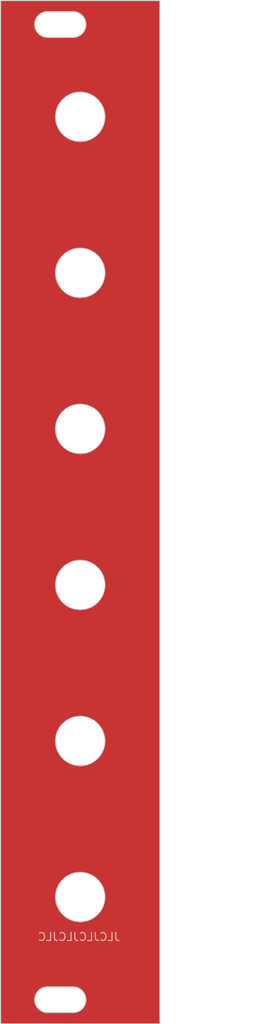
<source format=kicad_pcb>
(kicad_pcb (version 20221018) (generator pcbnew)

  (general
    (thickness 1.6)
  )

  (paper "A4")
  (layers
    (0 "F.Cu" signal)
    (31 "B.Cu" signal)
    (32 "B.Adhes" user "B.Adhesive")
    (33 "F.Adhes" user "F.Adhesive")
    (34 "B.Paste" user)
    (35 "F.Paste" user)
    (36 "B.SilkS" user "B.Silkscreen")
    (37 "F.SilkS" user "F.Silkscreen")
    (38 "B.Mask" user)
    (39 "F.Mask" user)
    (40 "Dwgs.User" user "User.Drawings")
    (41 "Cmts.User" user "User.Comments")
    (42 "Eco1.User" user "User.Eco1")
    (43 "Eco2.User" user "User.Eco2")
    (44 "Edge.Cuts" user)
    (45 "Margin" user)
    (46 "B.CrtYd" user "B.Courtyard")
    (47 "F.CrtYd" user "F.Courtyard")
    (48 "B.Fab" user)
    (49 "F.Fab" user)
    (50 "User.1" user)
    (51 "User.2" user)
    (52 "User.3" user)
    (53 "User.4" user)
    (54 "User.5" user)
    (55 "User.6" user)
    (56 "User.7" user)
    (57 "User.8" user)
    (58 "User.9" user)
  )

  (setup
    (pad_to_mask_clearance 0)
    (pcbplotparams
      (layerselection 0x00010fc_ffffffff)
      (plot_on_all_layers_selection 0x0000000_00000000)
      (disableapertmacros false)
      (usegerberextensions false)
      (usegerberattributes true)
      (usegerberadvancedattributes true)
      (creategerberjobfile true)
      (dashed_line_dash_ratio 12.000000)
      (dashed_line_gap_ratio 3.000000)
      (svgprecision 4)
      (plotframeref false)
      (viasonmask false)
      (mode 1)
      (useauxorigin false)
      (hpglpennumber 1)
      (hpglpenspeed 20)
      (hpglpendiameter 15.000000)
      (dxfpolygonmode true)
      (dxfimperialunits true)
      (dxfusepcbnewfont true)
      (psnegative false)
      (psa4output false)
      (plotreference true)
      (plotvalue true)
      (plotinvisibletext false)
      (sketchpadsonfab false)
      (subtractmaskfromsilk false)
      (outputformat 1)
      (mirror false)
      (drillshape 0)
      (scaleselection 1)
      (outputdirectory "Patch Front Panel Gerbers/")
    )
  )

  (net 0 "")

  (gr_line (start 107.5 58) (end 105.9 58)
    (stroke (width 0.15) (type solid)) (layer "Dwgs.User") (tstamp 04719575-5e3d-4ad0-afa5-8658c7196dc5))
  (gr_line (start 120.7 55) (end 120.7 69.6)
    (stroke (width 0.15) (type default)) (layer "Dwgs.User") (tstamp 25a48a93-296b-4e98-8b84-87415cfd42bb))
  (gr_line (start 121.5 55) (end 121.5 89.2)
    (stroke (width 0.15) (type default)) (layer "Dwgs.User") (tstamp 264a86be-a120-4bef-85f1-aabd08c3970a))
  (gr_line (start 123.6 148) (end 105.9 148)
    (stroke (width 0.15) (type default)) (layer "Dwgs.User") (tstamp 3d85b386-d38c-492c-a6db-3f24fd61ef1a))
  (gr_line (start 107.5 180.5) (end 109.1 180.5)
    (stroke (width 0.15) (type solid)) (layer "Dwgs.User") (tstamp 4c86f85e-63bb-43ad-bc90-1b84736aab91))
  (gr_line (start 120.7 69.6) (end 106.7 69.6)
    (stroke (width 0.15) (type default)) (layer "Dwgs.User") (tstamp 4f30a9a2-8a08-444b-aaf0-998d096b9ab9))
  (gr_line (start 122.9 128.4) (end 106.9 128.4)
    (stroke (width 0.15) (type default)) (layer "Dwgs.User") (tstamp 54ebdfd9-5c3e-4227-92f8-906cd7a7f278))
  (gr_line (start 121.5 89.2) (end 106.8 89.2)
    (stroke (width 0.15) (type default)) (layer "Dwgs.User") (tstamp 56c0050f-7268-46be-9aab-646b360169e9))
  (gr_line (start 124.3 55) (end 124.3 167.6)
    (stroke (width 0.15) (type default)) (layer "Dwgs.User") (tstamp 5709e892-47a7-44e8-ba57-26b1ae64168d))
  (gr_line (start 100 55) (end 120.15 55)
    (stroke (width 0.15) (type solid)) (layer "Dwgs.User") (tstamp 58e2f7a0-51f8-4d3d-b797-60e56593dfa5))
  (gr_line (start 100 55) (end 110 55)
    (stroke (width 0.15) (type solid)) (layer "Dwgs.User") (tstamp 6507c5d8-37b3-4691-9abf-a64e432aec4d))
  (gr_line (start 120 55) (end 134.65 55)
    (stroke (width 0.15) (type solid)) (layer "Dwgs.User") (tstamp 6921309f-98b0-49cf-ba57-74c184be50ea))
  (gr_line (start 123.6 55) (end 123.6 148)
    (stroke (width 0.15) (type default)) (layer "Dwgs.User") (tstamp 70de8344-c9b0-4e56-bf3f-f0120917af0b))
  (gr_line (start 122.2 55) (end 122.2 108.8)
    (stroke (width 0.15) (type default)) (layer "Dwgs.User") (tstamp 82aca4dd-2166-4962-8791-4ce572507693))
  (gr_line (start 122.2 108.8) (end 105.8 108.8)
    (stroke (width 0.15) (type default)) (layer "Dwgs.User") (tstamp 82b25efa-b473-4f9c-86e8-21717aab1278))
  (gr_line (start 100 183.5) (end 107.5 183.5)
    (stroke (width 0.15) (type solid)) (layer "Dwgs.User") (tstamp 8a996a83-cf43-4e82-bb39-3f2eff15d22d))
  (gr_line (start 122.9 55) (end 122.9 128.4)
    (stroke (width 0.15) (type default)) (layer "Dwgs.User") (tstamp 8f897721-41e6-45d7-a2d1-da9619606a11))
  (gr_line (start 100 55) (end 107.5 55)
    (stroke (width 0.15) (type solid)) (layer "Dwgs.User") (tstamp 9921812b-8cb4-418e-bbb2-cc75acf687cf))
  (gr_line (start 107.5 183.5) (end 107.5 180.5)
    (stroke (width 0.15) (type solid)) (layer "Dwgs.User") (tstamp b556a24a-b735-4a67-b76c-e58b0182254c))
  (gr_line (start 107.5 55) (end 107.5 58)
    (stroke (width 0.15) (type solid)) (layer "Dwgs.User") (tstamp bbfb9358-13c9-4163-830f-7f9b372aa002))
  (gr_line (start 110 55) (end 110 183.5)
    (stroke (width 0.15) (type solid)) (layer "Dwgs.User") (tstamp cac59bd5-949b-4044-a24f-3607e87e57a1))
  (gr_line (start 107.5 58) (end 109.1 58)
    (stroke (width 0.15) (type solid)) (layer "Dwgs.User") (tstamp dcfa1cdd-a982-4b44-8ca9-051a60be3c19))
  (gr_line (start 107.5 180.5) (end 105.9 180.5)
    (stroke (width 0.15) (type solid)) (layer "Dwgs.User") (tstamp ea95c61e-3ae8-44bb-9189-cee3875d1c3e))
  (gr_line (start 124.3 167.6) (end 104.9 167.6)
    (stroke (width 0.15) (type default)) (layer "Dwgs.User") (tstamp f508ca67-dbd3-4034-9ba7-311fd8354e69))
  (gr_arc (start 109.1 56.4) (mid 110.7 58) (end 109.1 59.6)
    (stroke (width 0.15) (type solid)) (layer "Edge.Cuts") (tstamp 105922a2-5d8c-48c0-a667-cc716fbb7804))
  (gr_circle (center 110 128.4) (end 113.1 128.4)
    (stroke (width 0.1) (type default)) (fill none) (layer "Edge.Cuts") (tstamp 17741063-99c7-4acf-ba6f-0871202247a2))
  (gr_circle (center 110 167.6) (end 113.1 167.6)
    (stroke (width 0.1) (type default)) (fill none) (layer "Edge.Cuts") (tstamp 391b1f88-297a-436f-8a50-360cce2e5cf8))
  (gr_line (start 105.9 178.9) (end 109.1 178.9)
    (stroke (width 0.15) (type solid)) (layer "Edge.Cuts") (tstamp 444763ca-f6ff-4836-b630-03b163ed5022))
  (gr_circle (center 110 89.2) (end 113.1 89.2)
    (stroke (width 0.1) (type default)) (fill none) (layer "Edge.Cuts") (tstamp 7095ddec-f8b1-4e54-8c67-f9aec41127b0))
  (gr_circle (center 110 69.6) (end 113.1 69.6)
    (stroke (width 0.1) (type default)) (fill none) (layer "Edge.Cuts") (tstamp 712c2f15-31af-4b90-b30b-32aa50d42c79))
  (gr_circle (center 110 108.8) (end 113.1 108.8)
    (stroke (width 0.1) (type default)) (fill none) (layer "Edge.Cuts") (tstamp 734f99a5-10ca-4ea5-bbec-793f98e9f10f))
  (gr_arc (start 105.9 182.1) (mid 104.3 180.5) (end 105.9 178.9)
    (stroke (width 0.15) (type solid)) (layer "Edge.Cuts") (tstamp 76be6efa-7444-43be-9773-26ae0614672a))
  (gr_rect (start 100 55) (end 120 183.5)
    (stroke (width 0.1) (type solid)) (fill none) (layer "Edge.Cuts") (tstamp 8d8bd412-660e-47a0-9755-a80f81e90b05))
  (gr_line (start 109.1 59.6) (end 105.9 59.6)
    (stroke (width 0.15) (type solid)) (layer "Edge.Cuts") (tstamp acec9758-b4ad-48d4-a820-a56000baef52))
  (gr_line (start 109.1 182.1) (end 105.9 182.1)
    (stroke (width 0.15) (type solid)) (layer "Edge.Cuts") (tstamp c2a5b70c-6654-40f1-95f9-249f0090f03b))
  (gr_line (start 105.9 56.4) (end 109.1 56.4)
    (stroke (width 0.15) (type solid)) (layer "Edge.Cuts") (tstamp c567c319-8aca-4c79-9b3b-1a572a261d85))
  (gr_circle (center 110 148) (end 113.1 148)
    (stroke (width 0.1) (type default)) (fill none) (layer "Edge.Cuts") (tstamp d6f7de53-9b12-44b9-aa07-be16379f6425))
  (gr_arc (start 105.9 59.6) (mid 104.3 58) (end 105.9 56.4)
    (stroke (width 0.15) (type solid)) (layer "Edge.Cuts") (tstamp ddc6adf4-5525-4c14-b04f-ece8b5f92ffc))
  (gr_arc (start 109.1 178.9) (mid 110.7 180.5) (end 109.1 182.1)
    (stroke (width 0.15) (type solid)) (layer "Edge.Cuts") (tstamp dde5ab42-aaf4-4e25-8eda-92f9aca1db4a))
  (gr_text "JLCJLCJLCJLC" (at 109.85 172.6) (layer "B.SilkS") (tstamp 7d82dbed-dfb5-4608-afae-3bebd17705a9)
    (effects (font (size 1 1) (thickness 0.15)) (justify mirror))
  )
  (gr_text "m0xpd" (at 117.86 178.06 -90) (layer "F.Mask") (tstamp 6af5bf59-1f81-41ad-8b77-7e7e9fcc02e1)
    (effects (font (size 2 2) (thickness 0.3)))
  )

  (zone (net 0) (net_name "") (layer "F.Cu") (tstamp 3bc7d692-1803-4114-abf4-f04187419196) (hatch edge 0.5)
    (connect_pads (clearance 0.5))
    (min_thickness 0.25) (filled_areas_thickness no)
    (fill yes (thermal_gap 0.5) (thermal_bridge_width 0.5) (island_removal_mode 1) (island_area_min 10))
    (polygon
      (pts
        (xy 100 55)
        (xy 120 55)
        (xy 120 183.5)
        (xy 100 183.5)
      )
    )
    (filled_polygon
      (layer "F.Cu")
      (island)
      (pts
        (xy 119.942539 55.020185)
        (xy 119.988294 55.072989)
        (xy 119.9995 55.1245)
        (xy 119.9995 183.3755)
        (xy 119.979815 183.442539)
        (xy 119.927011 183.488294)
        (xy 119.8755 183.4995)
        (xy 100.1245 183.4995)
        (xy 100.057461 183.479815)
        (xy 100.011706 183.427011)
        (xy 100.0005 183.3755)
        (xy 100.0005 180.500004)
        (xy 104.295012 180.500004)
        (xy 104.312937 180.739208)
        (xy 104.366314 180.973067)
        (xy 104.366317 180.973079)
        (xy 104.366319 180.973084)
        (xy 104.453953 181.196372)
        (xy 104.453956 181.196378)
        (xy 104.573897 181.404122)
        (xy 104.723461 181.591669)
        (xy 104.899306 181.75483)
        (xy 105.097506 181.88996)
        (xy 105.313628 181.994039)
        (xy 105.313629 181.994039)
        (xy 105.313632 181.994041)
        (xy 105.542857 182.064748)
        (xy 105.542858 182.064748)
        (xy 105.542861 182.064749)
        (xy 105.780051 182.100499)
        (xy 105.780056 182.100499)
        (xy 105.780059 182.1005)
        (xy 105.78006 182.1005)
        (xy 109.21994 182.1005)
        (xy 109.219941 182.1005)
        (xy 109.226576 182.0995)
        (xy 109.457138 182.064749)
        (xy 109.457139 182.064748)
        (xy 109.457143 182.064748)
        (xy 109.686368 181.994041)
        (xy 109.902494 181.88996)
        (xy 110.100694 181.75483)
        (xy 110.276539 181.591669)
        (xy 110.426103 181.404122)
        (xy 110.546044 181.196378)
        (xy 110.633683 180.973079)
        (xy 110.687062 180.739211)
        (xy 110.704988 180.5)
        (xy 110.687062 180.260789)
        (xy 110.633683 180.026921)
        (xy 110.546044 179.803622)
        (xy 110.426103 179.595878)
        (xy 110.276539 179.408331)
        (xy 110.100694 179.24517)
        (xy 109.902494 179.11004)
        (xy 109.902485 179.110035)
        (xy 109.68637 179.00596)
        (xy 109.686372 179.00596)
        (xy 109.457144 178.935252)
        (xy 109.457138 178.93525)
        (xy 109.219948 178.8995)
        (xy 109.219941 178.8995)
        (xy 109.100099 178.8995)
        (xy 105.9005 178.8995)
        (xy 105.9 178.8995)
        (xy 105.780059 178.8995)
        (xy 105.780051 178.8995)
        (xy 105.542861 178.93525)
        (xy 105.542855 178.935252)
        (xy 105.313628 179.00596)
        (xy 105.097514 179.110035)
        (xy 105.097505 179.11004)
        (xy 104.899308 179.245168)
        (xy 104.723463 179.408329)
        (xy 104.72346 179.408331)
        (xy 104.573897 179.595878)
        (xy 104.453957 179.803619)
        (xy 104.453953 179.803627)
        (xy 104.366319 180.026915)
        (xy 104.366314 180.026932)
        (xy 104.312937 180.260791)
        (xy 104.295012 180.499995)
        (xy 104.295012 180.500004)
        (xy 100.0005 180.500004)
        (xy 100.0005 167.6)
        (xy 106.894615 167.6)
        (xy 106.91414 167.947688)
        (xy 106.914142 167.9477)
        (xy 106.972472 168.291009)
        (xy 106.972474 168.291017)
        (xy 107.014019 168.435221)
        (xy 107.068879 168.625644)
        (xy 107.12845 168.769461)
        (xy 107.201087 168.944823)
        (xy 107.202145 168.947376)
        (xy 107.370595 169.252164)
        (xy 107.572112 169.536176)
        (xy 107.804161 169.795839)
        (xy 108.063824 170.027888)
        (xy 108.347836 170.229405)
        (xy 108.567647 170.35089)
        (xy 108.652626 170.397856)
        (xy 108.65263 170.397858)
        (xy 108.709753 170.421519)
        (xy 108.711161 170.422162)
        (xy 108.712259 170.422589)
        (xy 108.713544 170.423088)
        (xy 108.974356 170.531121)
        (xy 108.974357 170.531121)
        (xy 108.974359 170.531122)
        (xy 109.035737 170.548805)
        (xy 109.041066 170.550606)
        (xy 109.041259 170.550681)
        (xy 109.041261 170.550681)
        (xy 109.041265 170.550683)
        (xy 109.052562 170.553651)
        (xy 109.308987 170.627527)
        (xy 109.375908 170.638897)
        (xy 109.381265 170.640054)
        (xy 109.383867 170.640738)
        (xy 109.402564 170.643426)
        (xy 109.652307 170.685859)
        (xy 109.724109 170.689891)
        (xy 109.729434 170.690422)
        (xy 109.734501 170.691151)
        (xy 109.7345 170.691151)
        (xy 109.741348 170.691346)
        (xy 109.759 170.69185)
        (xy 110 170.705385)
        (xy 110.07588 170.701123)
        (xy 110.081085 170.701052)
        (xy 110.088596 170.701267)
        (xy 110.117426 170.69879)
        (xy 110.347693 170.685859)
        (xy 110.426659 170.672442)
        (xy 110.431715 170.671796)
        (xy 110.441536 170.670953)
        (xy 110.441543 170.670951)
        (xy 110.441547 170.670951)
        (xy 110.449931 170.669251)
        (xy 110.473248 170.664526)
        (xy 110.691013 170.627527)
        (xy 110.691022 170.627524)
        (xy 110.691024 170.627524)
        (xy 110.71093 170.621789)
        (xy 110.771988 170.604198)
        (xy 110.776791 170.603021)
        (xy 110.788721 170.600604)
        (xy 110.821997 170.58979)
        (xy 111.025644 170.531121)
        (xy 111.107392 170.497259)
        (xy 111.11192 170.49559)
        (xy 111.125623 170.491138)
        (xy 111.159262 170.475774)
        (xy 111.31928 170.409492)
        (xy 111.34737 170.397858)
        (xy 111.347371 170.397857)
        (xy 111.34737 170.397857)
        (xy 111.347376 170.397855)
        (xy 111.428548 170.352992)
        (xy 111.432719 170.35089)
        (xy 111.44785 170.343981)
        (xy 111.480719 170.324158)
        (xy 111.652164 170.229405)
        (xy 111.731311 170.173247)
        (xy 111.735131 170.170744)
        (xy 111.751203 170.161053)
        (xy 111.78238 170.137012)
        (xy 111.791324 170.130665)
        (xy 111.936176 170.027888)
        (xy 112.011798 169.960307)
        (xy 112.015223 169.957462)
        (xy 112.031726 169.944737)
        (xy 112.060329 169.916937)
        (xy 112.195839 169.795839)
        (xy 112.266408 169.716871)
        (xy 112.269349 169.713805)
        (xy 112.285763 169.697854)
        (xy 112.311146 169.666809)
        (xy 112.427888 169.536176)
        (xy 112.491761 169.446154)
        (xy 112.494293 169.442832)
        (xy 112.510001 169.423623)
        (xy 112.5309 169.391102)
        (xy 112.532451 169.388807)
        (xy 112.629405 169.252164)
        (xy 112.685026 169.151524)
        (xy 112.687099 169.148053)
        (xy 112.701518 169.125617)
        (xy 112.718404 169.091271)
        (xy 112.719706 169.088774)
        (xy 112.797855 168.947376)
        (xy 112.843644 168.836829)
        (xy 112.845259 168.833262)
        (xy 112.857816 168.807723)
        (xy 112.870451 168.77231)
        (xy 112.871536 168.769493)
        (xy 112.931121 168.625644)
        (xy 112.965572 168.50606)
        (xy 112.966724 168.502485)
        (xy 112.976858 168.474084)
        (xy 112.985183 168.438281)
        (xy 112.985968 168.435264)
        (xy 113.027527 168.291013)
        (xy 113.049185 168.163541)
        (xy 113.049909 168.159936)
        (xy 113.057092 168.129051)
        (xy 113.061163 168.093567)
        (xy 113.061619 168.090356)
        (xy 113.085859 167.947693)
        (xy 113.093388 167.813611)
        (xy 113.093693 167.810052)
        (xy 113.097472 167.77712)
        (xy 113.098165 167.728561)
        (xy 113.105385 167.6)
        (xy 113.098164 167.471435)
        (xy 113.097472 167.422886)
        (xy 113.097472 167.42288)
        (xy 113.093692 167.389938)
        (xy 113.093388 167.386382)
        (xy 113.085859 167.252307)
        (xy 113.061621 167.109653)
        (xy 113.061162 167.106427)
        (xy 113.057092 167.070949)
        (xy 113.049912 167.040075)
        (xy 113.049181 167.036437)
        (xy 113.027749 166.910296)
        (xy 113.027527 166.908987)
        (xy 112.985982 166.764781)
        (xy 112.98517 166.76166)
        (xy 112.976859 166.72592)
        (xy 112.966742 166.697565)
        (xy 112.965563 166.693908)
        (xy 112.931121 166.574356)
        (xy 112.871546 166.43053)
        (xy 112.870442 166.427664)
        (xy 112.863227 166.407443)
        (xy 112.857818 166.392281)
        (xy 112.845266 166.366752)
        (xy 112.84364 166.363158)
        (xy 112.797855 166.252624)
        (xy 112.719728 166.111265)
        (xy 112.718392 166.108704)
        (xy 112.701518 166.074383)
        (xy 112.687111 166.051965)
        (xy 112.685004 166.048434)
        (xy 112.629404 165.947835)
        (xy 112.532473 165.811222)
        (xy 112.530881 165.808865)
        (xy 112.510001 165.776377)
        (xy 112.51 165.776376)
        (xy 112.494308 165.757185)
        (xy 112.491752 165.753832)
        (xy 112.427888 165.663824)
        (xy 112.311161 165.533206)
        (xy 112.285768 165.502152)
        (xy 112.285762 165.502145)
        (xy 112.269388 165.486232)
        (xy 112.266368 165.483083)
        (xy 112.199558 165.408323)
        (xy 112.195839 165.404161)
        (xy 112.195836 165.404158)
        (xy 112.195834 165.404156)
        (xy 112.060347 165.283077)
        (xy 112.031725 165.255262)
        (xy 112.025751 165.250655)
        (xy 112.015232 165.242544)
        (xy 112.011793 165.239687)
        (xy 111.936176 165.172112)
        (xy 111.782379 165.062987)
        (xy 111.751209 165.038952)
        (xy 111.751203 165.038947)
        (xy 111.735155 165.02927)
        (xy 111.731295 165.026741)
        (xy 111.652164 164.970595)
        (xy 111.480744 164.875854)
        (xy 111.447851 164.856019)
        (xy 111.447842 164.856015)
        (xy 111.432749 164.849122)
        (xy 111.428516 164.846989)
        (xy 111.347374 164.802144)
        (xy 111.159285 164.724235)
        (xy 111.12562 164.70886)
        (xy 111.111923 164.70441)
        (xy 111.107356 164.702725)
        (xy 111.092324 164.696499)
        (xy 111.025644 164.668879)
        (xy 110.89802 164.632111)
        (xy 110.822023 164.610216)
        (xy 110.788722 164.599396)
        (xy 110.788721 164.599395)
        (xy 110.776826 164.596985)
        (xy 110.771976 164.595797)
        (xy 110.691019 164.572474)
        (xy 110.691009 164.572472)
        (xy 110.473272 164.535477)
        (xy 110.441537 164.529047)
        (xy 110.441532 164.529046)
        (xy 110.431724 164.528204)
        (xy 110.426644 164.527555)
        (xy 110.347694 164.514141)
        (xy 110.117435 164.50121)
        (xy 110.088591 164.498732)
        (xy 110.081102 164.498946)
        (xy 110.075855 164.498874)
        (xy 110.000001 164.494615)
        (xy 110 164.494615)
        (xy 109.759006 164.508147)
        (xy 109.734512 164.508848)
        (xy 109.734491 164.50885)
        (xy 109.729441 164.509576)
        (xy 109.724101 164.510108)
        (xy 109.652304 164.514141)
        (xy 109.402562 164.556574)
        (xy 109.383865 164.559261)
        (xy 109.381269 164.559944)
        (xy 109.375899 164.561104)
        (xy 109.308987 164.572473)
        (xy 109.308982 164.572474)
        (xy 109.052606 164.646335)
        (xy 109.047198 164.647757)
        (xy 109.041278 164.649313)
        (xy 109.041236 164.649326)
        (xy 109.041022 164.64941)
        (xy 109.035735 164.651194)
        (xy 108.974357 164.668878)
        (xy 108.713556 164.776906)
        (xy 108.711149 164.777843)
        (xy 108.709734 164.778488)
        (xy 108.652636 164.80214)
        (xy 108.652624 164.802145)
        (xy 108.347835 164.970595)
        (xy 108.217621 165.062987)
        (xy 108.063824 165.172112)
        (xy 107.988215 165.23968)
        (xy 107.804161 165.404161)
        (xy 107.572113 165.663823)
        (xy 107.370595 165.947835)
        (xy 107.202144 166.252625)
        (xy 107.068878 166.574359)
        (xy 106.972474 166.908982)
        (xy 106.972472 166.90899)
        (xy 106.914142 167.252299)
        (xy 106.91414 167.252311)
        (xy 106.894615 167.6)
        (xy 100.0005 167.6)
        (xy 100.0005 148)
        (xy 106.894615 148)
        (xy 106.91414 148.347688)
        (xy 106.914142 148.3477)
        (xy 106.972472 148.691009)
        (xy 106.972474 148.691017)
        (xy 107.014019 148.835221)
        (xy 107.068879 149.025644)
        (xy 107.12845 149.169461)
        (xy 107.201087 149.344823)
        (xy 107.202145 149.347376)
        (xy 107.370595 149.652164)
        (xy 107.572112 149.936176)
        (xy 107.804161 150.195839)
        (xy 108.063824 150.427888)
        (xy 108.347836 150.629405)
        (xy 108.567647 150.75089)
        (xy 108.652626 150.797856)
        (xy 108.65263 150.797858)
        (xy 108.709753 150.821519)
        (xy 108.711161 150.822162)
        (xy 108.712259 150.822589)
        (xy 108.713544 150.823088)
        (xy 108.974356 150.931121)
        (xy 108.974357 150.931121)
        (xy 108.974359 150.931122)
        (xy 109.035737 150.948805)
        (xy 109.041066 150.950606)
        (xy 109.041259 150.950681)
        (xy 109.041261 150.950681)
        (xy 109.041265 150.950683)
        (xy 109.052562 150.953651)
        (xy 109.308987 151.027527)
        (xy 109.375908 151.038897)
        (xy 109.381265 151.040054)
        (xy 109.383867 151.040738)
        (xy 109.402564 151.043426)
        (xy 109.652307 151.085859)
        (xy 109.724109 151.089891)
        (xy 109.729434 151.090422)
        (xy 109.734501 151.091151)
        (xy 109.7345 151.091151)
        (xy 109.741348 151.091346)
        (xy 109.759 151.09185)
        (xy 110 151.105385)
        (xy 110.07588 151.101123)
        (xy 110.081085 151.101052)
        (xy 110.088596 151.101267)
        (xy 110.117426 151.09879)
        (xy 110.347693 151.085859)
        (xy 110.426659 151.072442)
        (xy 110.431715 151.071796)
        (xy 110.441536 151.070953)
        (xy 110.441543 151.070951)
        (xy 110.441547 151.070951)
        (xy 110.449931 151.069251)
        (xy 110.473248 151.064526)
        (xy 110.691013 151.027527)
        (xy 110.691022 151.027524)
        (xy 110.691024 151.027524)
        (xy 110.71093 151.021789)
        (xy 110.771988 151.004198)
        (xy 110.776791 151.003021)
        (xy 110.788721 151.000604)
        (xy 110.821997 150.98979)
        (xy 111.025644 150.931121)
        (xy 111.107392 150.897259)
        (xy 111.11192 150.89559)
        (xy 111.125623 150.891138)
        (xy 111.159262 150.875774)
        (xy 111.31928 150.809492)
        (xy 111.34737 150.797858)
        (xy 111.347371 150.797857)
        (xy 111.34737 150.797857)
        (xy 111.347376 150.797855)
        (xy 111.428548 150.752992)
        (xy 111.432719 150.75089)
        (xy 111.44785 150.743981)
        (xy 111.480719 150.724158)
        (xy 111.652164 150.629405)
        (xy 111.731311 150.573247)
        (xy 111.735131 150.570744)
        (xy 111.751203 150.561053)
        (xy 111.78238 150.537012)
        (xy 111.791324 150.530665)
        (xy 111.936176 150.427888)
        (xy 112.011798 150.360307)
        (xy 112.015223 150.357462)
        (xy 112.031726 150.344737)
        (xy 112.060329 150.316937)
        (xy 112.195839 150.195839)
        (xy 112.266408 150.116871)
        (xy 112.269349 150.113805)
        (xy 112.285763 150.097854)
        (xy 112.311146 150.066809)
        (xy 112.427888 149.936176)
        (xy 112.491761 149.846154)
        (xy 112.494293 149.842832)
        (xy 112.510001 149.823623)
        (xy 112.5309 149.791102)
        (xy 112.532451 149.788807)
        (xy 112.629405 149.652164)
        (xy 112.685026 149.551524)
        (xy 112.687099 149.548053)
        (xy 112.701518 149.525617)
        (xy 112.718404 149.491271)
        (xy 112.719706 149.488774)
        (xy 112.797855 149.347376)
        (xy 112.843644 149.236829)
        (xy 112.845259 149.233262)
        (xy 112.857816 149.207723)
        (xy 112.870451 149.17231)
        (xy 112.871536 149.169493)
        (xy 112.931121 149.025644)
        (xy 112.965572 148.90606)
        (xy 112.966724 148.902485)
        (xy 112.976858 148.874084)
        (xy 112.985183 148.838281)
        (xy 112.985968 148.835264)
        (xy 113.027527 148.691013)
        (xy 113.049185 148.563541)
        (xy 113.049909 148.559936)
        (xy 113.057092 148.529051)
        (xy 113.061163 148.493567)
        (xy 113.061619 148.490356)
        (xy 113.085859 148.347693)
        (xy 113.093388 148.213611)
        (xy 113.093693 148.210052)
        (xy 113.097472 148.17712)
        (xy 113.098165 148.128561)
        (xy 113.105385 148)
        (xy 113.098164 147.871435)
        (xy 113.097472 147.822886)
        (xy 113.097472 147.82288)
        (xy 113.093692 147.789938)
        (xy 113.093388 147.786382)
        (xy 113.085859 147.652307)
        (xy 113.061621 147.509653)
        (xy 113.061162 147.506427)
        (xy 113.057092 147.470949)
        (xy 113.049912 147.440075)
        (xy 113.049181 147.436437)
        (xy 113.027749 147.310296)
        (xy 113.027527 147.308987)
        (xy 112.985982 147.164781)
        (xy 112.98517 147.16166)
        (xy 112.976859 147.12592)
        (xy 112.966742 147.097565)
        (xy 112.965563 147.093908)
        (xy 112.931121 146.974356)
        (xy 112.871546 146.83053)
        (xy 112.870442 146.827664)
        (xy 112.863227 146.807443)
        (xy 112.857818 146.792281)
        (xy 112.845266 146.766752)
        (xy 112.84364 146.763158)
        (xy 112.797855 146.652624)
        (xy 112.719728 146.511265)
        (xy 112.718392 146.508704)
        (xy 112.701518 146.474383)
        (xy 112.687111 146.451965)
        (xy 112.685004 146.448434)
        (xy 112.629404 146.347835)
        (xy 112.532473 146.211222)
        (xy 112.530881 146.208865)
        (xy 112.510001 146.176377)
        (xy 112.51 146.176376)
        (xy 112.494308 146.157185)
        (xy 112.491752 146.153832)
        (xy 112.427888 146.063824)
        (xy 112.311161 145.933206)
        (xy 112.285768 145.902152)
        (xy 112.285762 145.902145)
        (xy 112.269388 145.886232)
        (xy 112.266368 145.883083)
        (xy 112.199558 145.808323)
        (xy 112.195839 145.804161)
        (xy 112.195836 145.804158)
        (xy 112.195834 145.804156)
        (xy 112.060347 145.683077)
        (xy 112.031725 145.655262)
        (xy 112.025751 145.650655)
        (xy 112.015232 145.642544)
        (xy 112.011793 145.639687)
        (xy 111.936176 145.572112)
        (xy 111.782379 145.462987)
        (xy 111.751209 145.438952)
        (xy 111.751203 145.438947)
        (xy 111.735155 145.42927)
        (xy 111.731295 145.426741)
        (xy 111.652164 145.370595)
        (xy 111.480744 145.275854)
        (xy 111.447851 145.256019)
        (xy 111.447842 145.256015)
        (xy 111.432749 145.249122)
        (xy 111.428516 145.246989)
        (xy 111.347374 145.202144)
        (xy 111.159285 145.124235)
        (xy 111.12562 145.10886)
        (xy 111.111923 145.10441)
        (xy 111.107356 145.102725)
        (xy 111.092324 145.096499)
        (xy 111.025644 145.068879)
        (xy 110.89802 145.032111)
        (xy 110.822023 145.010216)
        (xy 110.788722 144.999396)
        (xy 110.788721 144.999395)
        (xy 110.776826 144.996985)
        (xy 110.771976 144.995797)
        (xy 110.691019 144.972474)
        (xy 110.691009 144.972472)
        (xy 110.473272 144.935477)
        (xy 110.441537 144.929047)
        (xy 110.441532 144.929046)
        (xy 110.431724 144.928204)
        (xy 110.426644 144.927555)
        (xy 110.347694 144.914141)
        (xy 110.117435 144.90121)
        (xy 110.088591 144.898732)
        (xy 110.081102 144.898946)
        (xy 110.075855 144.898874)
        (xy 110.000001 144.894615)
        (xy 110 144.894615)
        (xy 109.759006 144.908147)
        (xy 109.734512 144.908848)
        (xy 109.734491 144.90885)
        (xy 109.729441 144.909576)
        (xy 109.724101 144.910108)
        (xy 109.652304 144.914141)
        (xy 109.402562 144.956574)
        (xy 109.383865 144.959261)
        (xy 109.381269 144.959944)
        (xy 109.375899 144.961104)
        (xy 109.308987 144.972473)
        (xy 109.308982 144.972474)
        (xy 109.052606 145.046335)
        (xy 109.047198 145.047757)
        (xy 109.041278 145.049313)
        (xy 109.041236 145.049326)
        (xy 109.041022 145.04941)
        (xy 109.035735 145.051194)
        (xy 108.974357 145.068878)
        (xy 108.713556 145.176906)
        (xy 108.711149 145.177843)
        (xy 108.709734 145.178488)
        (xy 108.652636 145.20214)
        (xy 108.652624 145.202145)
        (xy 108.347835 145.370595)
        (xy 108.217621 145.462987)
        (xy 108.063824 145.572112)
        (xy 107.988215 145.63968)
        (xy 107.804161 145.804161)
        (xy 107.572113 146.063823)
        (xy 107.370595 146.347835)
        (xy 107.202144 146.652625)
        (xy 107.068878 146.974359)
        (xy 106.972474 147.308982)
        (xy 106.972472 147.30899)
        (xy 106.914142 147.652299)
        (xy 106.91414 147.652311)
        (xy 106.894615 148)
        (xy 100.0005 148)
        (xy 100.0005 128.4)
        (xy 106.894615 128.4)
        (xy 106.91414 128.747688)
        (xy 106.914142 128.7477)
        (xy 106.972472 129.091009)
        (xy 106.972474 129.091017)
        (xy 107.014019 129.235221)
        (xy 107.068879 129.425644)
        (xy 107.12845 129.569461)
        (xy 107.201087 129.744823)
        (xy 107.202145 129.747376)
        (xy 107.370595 130.052164)
        (xy 107.572112 130.336176)
        (xy 107.804161 130.595839)
        (xy 108.063824 130.827888)
        (xy 108.347836 131.029405)
        (xy 108.567647 131.15089)
        (xy 108.652626 131.197856)
        (xy 108.65263 131.197858)
        (xy 108.709753 131.221519)
        (xy 108.711161 131.222162)
        (xy 108.712259 131.222589)
        (xy 108.713544 131.223088)
        (xy 108.974356 131.331121)
        (xy 108.974357 131.331121)
        (xy 108.974359 131.331122)
        (xy 109.035737 131.348805)
        (xy 109.041066 131.350606)
        (xy 109.041259 131.350681)
        (xy 109.041261 131.350681)
        (xy 109.041265 131.350683)
        (xy 109.052562 131.353651)
        (xy 109.308987 131.427527)
        (xy 109.375908 131.438897)
        (xy 109.381265 131.440054)
        (xy 109.383867 131.440738)
        (xy 109.402564 131.443426)
        (xy 109.652307 131.485859)
        (xy 109.724109 131.489891)
        (xy 109.729434 131.490422)
        (xy 109.734501 131.491151)
        (xy 109.7345 131.491151)
        (xy 109.741348 131.491346)
        (xy 109.759 131.49185)
        (xy 110 131.505385)
        (xy 110.07588 131.501123)
        (xy 110.081085 131.501052)
        (xy 110.088596 131.501267)
        (xy 110.117426 131.49879)
        (xy 110.347693 131.485859)
        (xy 110.426659 131.472442)
        (xy 110.431715 131.471796)
        (xy 110.441536 131.470953)
        (xy 110.441543 131.470951)
        (xy 110.441547 131.470951)
        (xy 110.449931 131.469251)
        (xy 110.473248 131.464526)
        (xy 110.691013 131.427527)
        (xy 110.691022 131.427524)
        (xy 110.691024 131.427524)
        (xy 110.71093 131.421789)
        (xy 110.771988 131.404198)
        (xy 110.776791 131.403021)
        (xy 110.788721 131.400604)
        (xy 110.821997 131.38979)
        (xy 111.025644 131.331121)
        (xy 111.107392 131.297259)
        (xy 111.11192 131.29559)
        (xy 111.125623 131.291138)
        (xy 111.159262 131.275774)
        (xy 111.31928 131.209492)
        (xy 111.34737 131.197858)
        (xy 111.347371 131.197857)
        (xy 111.34737 131.197857)
        (xy 111.347376 131.197855)
        (xy 111.428548 131.152992)
        (xy 111.432719 131.15089)
        (xy 111.44785 131.143981)
        (xy 111.480719 131.124158)
        (xy 111.652164 131.029405)
        (xy 111.731311 130.973247)
        (xy 111.735131 130.970744)
        (xy 111.751203 130.961053)
        (xy 111.78238 130.937012)
        (xy 111.791324 130.930665)
        (xy 111.936176 130.827888)
        (xy 112.011798 130.760307)
        (xy 112.015223 130.757462)
        (xy 112.031726 130.744737)
        (xy 112.060329 130.716937)
        (xy 112.195839 130.595839)
        (xy 112.266408 130.516871)
        (xy 112.269349 130.513805)
        (xy 112.285763 130.497854)
        (xy 112.311146 130.466809)
        (xy 112.427888 130.336176)
        (xy 112.491761 130.246154)
        (xy 112.494293 130.242832)
        (xy 112.510001 130.223623)
        (xy 112.5309 130.191102)
        (xy 112.532451 130.188807)
        (xy 112.629405 130.052164)
        (xy 112.685026 129.951524)
        (xy 112.687099 129.948053)
        (xy 112.701518 129.925617)
        (xy 112.718404 129.891271)
        (xy 112.719706 129.888774)
        (xy 112.797855 129.747376)
        (xy 112.843644 129.636829)
        (xy 112.845259 129.633262)
        (xy 112.857816 129.607723)
        (xy 112.870451 129.57231)
        (xy 112.871536 129.569493)
        (xy 112.931121 129.425644)
        (xy 112.965572 129.30606)
        (xy 112.966724 129.302485)
        (xy 112.976858 129.274084)
        (xy 112.985183 129.238281)
        (xy 112.985968 129.235264)
        (xy 113.027527 129.091013)
        (xy 113.049185 128.963541)
        (xy 113.049909 128.959936)
        (xy 113.057092 128.929051)
        (xy 113.061163 128.893567)
        (xy 113.061619 128.890356)
        (xy 113.085859 128.747693)
        (xy 113.093388 128.613611)
        (xy 113.093693 128.610052)
        (xy 113.097472 128.57712)
        (xy 113.098165 128.528561)
        (xy 113.105385 128.4)
        (xy 113.098164 128.271435)
        (xy 113.097472 128.222886)
        (xy 113.097472 128.22288)
        (xy 113.093692 128.189938)
        (xy 113.093388 128.186382)
        (xy 113.085859 128.052307)
        (xy 113.061621 127.909653)
        (xy 113.061162 127.906427)
        (xy 113.057092 127.870949)
        (xy 113.049912 127.840075)
        (xy 113.049181 127.836437)
        (xy 113.027749 127.710296)
        (xy 113.027527 127.708987)
        (xy 112.985982 127.564781)
        (xy 112.98517 127.56166)
        (xy 112.976859 127.52592)
        (xy 112.966742 127.497565)
        (xy 112.965563 127.493908)
        (xy 112.931121 127.374356)
        (xy 112.871546 127.23053)
        (xy 112.870442 127.227664)
        (xy 112.863227 127.207443)
        (xy 112.857818 127.192281)
        (xy 112.845266 127.166752)
        (xy 112.84364 127.163158)
        (xy 112.797855 127.052624)
        (xy 112.719728 126.911265)
        (xy 112.718392 126.908704)
        (xy 112.701518 126.874383)
        (xy 112.687111 126.851965)
        (xy 112.685004 126.848434)
        (xy 112.629404 126.747835)
        (xy 112.532473 126.611222)
        (xy 112.530881 126.608865)
        (xy 112.510001 126.576377)
        (xy 112.51 126.576376)
        (xy 112.494308 126.557185)
        (xy 112.491752 126.553832)
        (xy 112.427888 126.463824)
        (xy 112.311161 126.333206)
        (xy 112.285768 126.302152)
        (xy 112.285762 126.302145)
        (xy 112.269388 126.286232)
        (xy 112.266368 126.283083)
        (xy 112.199558 126.208323)
        (xy 112.195839 126.204161)
        (xy 112.195836 126.204158)
        (xy 112.195834 126.204156)
        (xy 112.060347 126.083077)
        (xy 112.031725 126.055262)
        (xy 112.025751 126.050655)
        (xy 112.015232 126.042544)
        (xy 112.011793 126.039687)
        (xy 111.936176 125.972112)
        (xy 111.782379 125.862987)
        (xy 111.751209 125.838952)
        (xy 111.751203 125.838947)
        (xy 111.735155 125.82927)
        (xy 111.731295 125.826741)
        (xy 111.652164 125.770595)
        (xy 111.480744 125.675854)
        (xy 111.447851 125.656019)
        (xy 111.447842 125.656015)
        (xy 111.432749 125.649122)
        (xy 111.428516 125.646989)
        (xy 111.347374 125.602144)
        (xy 111.159285 125.524235)
        (xy 111.12562 125.50886)
        (xy 111.111923 125.50441)
        (xy 111.107356 125.502725)
        (xy 111.092324 125.496499)
        (xy 111.025644 125.468879)
        (xy 110.89802 125.432111)
        (xy 110.822023 125.410216)
        (xy 110.788722 125.399396)
        (xy 110.788721 125.399395)
        (xy 110.776826 125.396985)
        (xy 110.771976 125.395797)
        (xy 110.691019 125.372474)
        (xy 110.691009 125.372472)
        (xy 110.473272 125.335477)
        (xy 110.441537 125.329047)
        (xy 110.441532 125.329046)
        (xy 110.431724 125.328204)
        (xy 110.426644 125.327555)
        (xy 110.347694 125.314141)
        (xy 110.117435 125.30121)
        (xy 110.088591 125.298732)
        (xy 110.081102 125.298946)
        (xy 110.075855 125.298874)
        (xy 110.000001 125.294615)
        (xy 110 125.294615)
        (xy 109.759006 125.308147)
        (xy 109.734512 125.308848)
        (xy 109.734491 125.30885)
        (xy 109.729441 125.309576)
        (xy 109.724101 125.310108)
        (xy 109.652304 125.314141)
        (xy 109.402562 125.356574)
        (xy 109.383865 125.359261)
        (xy 109.381269 125.359944)
        (xy 109.375899 125.361104)
        (xy 109.308987 125.372473)
        (xy 109.308982 125.372474)
        (xy 109.052606 125.446335)
        (xy 109.047198 125.447757)
        (xy 109.041278 125.449313)
        (xy 109.041236 125.449326)
        (xy 109.041022 125.44941)
        (xy 109.035735 125.451194)
        (xy 108.974357 125.468878)
        (xy 108.713556 125.576906)
        (xy 108.711149 125.577843)
        (xy 108.709734 125.578488)
        (xy 108.652636 125.60214)
        (xy 108.652624 125.602145)
        (xy 108.347835 125.770595)
        (xy 108.217621 125.862987)
        (xy 108.063824 125.972112)
        (xy 107.988215 126.03968)
        (xy 107.804161 126.204161)
        (xy 107.572113 126.463823)
        (xy 107.370595 126.747835)
        (xy 107.202144 127.052625)
        (xy 107.068878 127.374359)
        (xy 106.972474 127.708982)
        (xy 106.972472 127.70899)
        (xy 106.914142 128.052299)
        (xy 106.91414 128.052311)
        (xy 106.894615 128.4)
        (xy 100.0005 128.4)
        (xy 100.0005 108.8)
        (xy 106.894615 108.8)
        (xy 106.91414 109.147688)
        (xy 106.914142 109.1477)
        (xy 106.972472 109.491009)
        (xy 106.972474 109.491017)
        (xy 107.014019 109.635221)
        (xy 107.068879 109.825644)
        (xy 107.12845 109.969461)
        (xy 107.201087 110.144823)
        (xy 107.202145 110.147376)
        (xy 107.370595 110.452164)
        (xy 107.572112 110.736176)
        (xy 107.804161 110.995839)
        (xy 108.063824 111.227888)
        (xy 108.347836 111.429405)
        (xy 108.567647 111.55089)
        (xy 108.652626 111.597856)
        (xy 108.65263 111.597858)
        (xy 108.709753 111.621519)
        (xy 108.711161 111.622162)
        (xy 108.712259 111.622589)
        (xy 108.713544 111.623088)
        (xy 108.974356 111.731121)
        (xy 108.974357 111.731121)
        (xy 108.974359 111.731122)
        (xy 109.035737 111.748805)
        (xy 109.041066 111.750606)
        (xy 109.041259 111.750681)
        (xy 109.041261 111.750681)
        (xy 109.041265 111.750683)
        (xy 109.052562 111.753651)
        (xy 109.308987 111.827527)
        (xy 109.375908 111.838897)
        (xy 109.381265 111.840054)
        (xy 109.383867 111.840738)
        (xy 109.402564 111.843426)
        (xy 109.652307 111.885859)
        (xy 109.724109 111.889891)
        (xy 109.729434 111.890422)
        (xy 109.734501 111.891151)
        (xy 109.7345 111.891151)
        (xy 109.741348 111.891346)
        (xy 109.759 111.89185)
        (xy 110 111.905385)
        (xy 110.07588 111.901123)
        (xy 110.081085 111.901052)
        (xy 110.088596 111.901267)
        (xy 110.117426 111.89879)
        (xy 110.347693 111.885859)
        (xy 110.426659 111.872442)
        (xy 110.431715 111.871796)
        (xy 110.441536 111.870953)
        (xy 110.441543 111.870951)
        (xy 110.441547 111.870951)
        (xy 110.449931 111.869251)
        (xy 110.473248 111.864526)
        (xy 110.691013 111.827527)
        (xy 110.691022 111.827524)
        (xy 110.691024 111.827524)
        (xy 110.71093 111.821789)
        (xy 110.771988 111.804198)
        (xy 110.776791 111.803021)
        (xy 110.788721 111.800604)
        (xy 110.821997 111.78979)
        (xy 111.025644 111.731121)
        (xy 111.107392 111.697259)
        (xy 111.11192 111.69559)
        (xy 111.125623 111.691138)
        (xy 111.159262 111.675774)
        (xy 111.31928 111.609492)
        (xy 111.34737 111.597858)
        (xy 111.347371 111.597857)
        (xy 111.34737 111.597857)
        (xy 111.347376 111.597855)
        (xy 111.428548 111.552992)
        (xy 111.432719 111.55089)
        (xy 111.44785 111.543981)
        (xy 111.480719 111.524158)
        (xy 111.652164 111.429405)
        (xy 111.731311 111.373247)
        (xy 111.735131 111.370744)
        (xy 111.751203 111.361053)
        (xy 111.78238 111.337012)
        (xy 111.791324 111.330665)
        (xy 111.936176 111.227888)
        (xy 112.011798 111.160307)
        (xy 112.015223 111.157462)
        (xy 112.031726 111.144737)
        (xy 112.060329 111.116937)
        (xy 112.195839 110.995839)
        (xy 112.266408 110.916871)
        (xy 112.269349 110.913805)
        (xy 112.285763 110.897854)
        (xy 112.311146 110.866809)
        (xy 112.427888 110.736176)
        (xy 112.491761 110.646154)
        (xy 112.494293 110.642832)
        (xy 112.510001 110.623623)
        (xy 112.5309 110.591102)
        (xy 112.532451 110.588807)
        (xy 112.629405 110.452164)
        (xy 112.685026 110.351524)
        (xy 112.687099 110.348053)
        (xy 112.701518 110.325617)
        (xy 112.718404 110.291271)
        (xy 112.719706 110.288774)
        (xy 112.797855 110.147376)
        (xy 112.843644 110.036829)
        (xy 112.845259 110.033262)
        (xy 112.857816 110.007723)
        (xy 112.870451 109.97231)
        (xy 112.871536 109.969493)
        (xy 112.931121 109.825644)
        (xy 112.965572 109.70606)
        (xy 112.966724 109.702485)
        (xy 112.976858 109.674084)
        (xy 112.985183 109.638281)
        (xy 112.985968 109.635264)
        (xy 113.027527 109.491013)
        (xy 113.049185 109.363541)
        (xy 113.049909 109.359936)
        (xy 113.057092 109.329051)
        (xy 113.061163 109.293567)
        (xy 113.061619 109.290356)
        (xy 113.085859 109.147693)
        (xy 113.093388 109.013611)
        (xy 113.093693 109.010052)
        (xy 113.097472 108.97712)
        (xy 113.098165 108.928561)
        (xy 113.105385 108.8)
        (xy 113.098164 108.671435)
        (xy 113.097472 108.622886)
        (xy 113.097472 108.62288)
        (xy 113.093692 108.589938)
        (xy 113.093388 108.586382)
        (xy 113.085859 108.452307)
        (xy 113.061621 108.309653)
        (xy 113.061162 108.306427)
        (xy 113.057092 108.270949)
        (xy 113.049912 108.240075)
        (xy 113.049181 108.236437)
        (xy 113.027749 108.110296)
        (xy 113.027527 108.108987)
        (xy 112.985982 107.964781)
        (xy 112.98517 107.96166)
        (xy 112.976859 107.92592)
        (xy 112.966742 107.897565)
        (xy 112.965563 107.893908)
        (xy 112.931121 107.774356)
        (xy 112.871546 107.63053)
        (xy 112.870442 107.627664)
        (xy 112.863227 107.607443)
        (xy 112.857818 107.592281)
        (xy 112.845266 107.566752)
        (xy 112.84364 107.563158)
        (xy 112.797855 107.452624)
        (xy 112.719728 107.311265)
        (xy 112.718392 107.308704)
        (xy 112.701518 107.274383)
        (xy 112.687111 107.251965)
        (xy 112.685004 107.248434)
        (xy 112.629404 107.147835)
        (xy 112.532473 107.011222)
        (xy 112.530881 107.008865)
        (xy 112.510001 106.976377)
        (xy 112.51 106.976376)
        (xy 112.494308 106.957185)
        (xy 112.491752 106.953832)
        (xy 112.427888 106.863824)
        (xy 112.311161 106.733206)
        (xy 112.285768 106.702152)
        (xy 112.285762 106.702145)
        (xy 112.269388 106.686232)
        (xy 112.266368 106.683083)
        (xy 112.199558 106.608323)
        (xy 112.195839 106.604161)
        (xy 112.195836 106.604158)
        (xy 112.195834 106.604156)
        (xy 112.060347 106.483077)
        (xy 112.031725 106.455262)
        (xy 112.025751 106.450655)
        (xy 112.015232 106.442544)
        (xy 112.011793 106.439687)
        (xy 111.936176 106.372112)
        (xy 111.782379 106.262987)
        (xy 111.751209 106.238952)
        (xy 111.751203 106.238947)
        (xy 111.735155 106.22927)
        (xy 111.731295 106.226741)
        (xy 111.652164 106.170595)
        (xy 111.480744 106.075854)
        (xy 111.447851 106.056019)
        (xy 111.447842 106.056015)
        (xy 111.432749 106.049122)
        (xy 111.428516 106.046989)
        (xy 111.347374 106.002144)
        (xy 111.159285 105.924235)
        (xy 111.12562 105.90886)
        (xy 111.111923 105.90441)
        (xy 111.107356 105.902725)
        (xy 111.092324 105.896499)
        (xy 111.025644 105.868879)
        (xy 110.89802 105.832111)
        (xy 110.822023 105.810216)
        (xy 110.788722 105.799396)
        (xy 110.788721 105.799395)
        (xy 110.776826 105.796985)
        (xy 110.771976 105.795797)
        (xy 110.691019 105.772474)
        (xy 110.691009 105.772472)
        (xy 110.473272 105.735477)
        (xy 110.441537 105.729047)
        (xy 110.441532 105.729046)
        (xy 110.431724 105.728204)
        (xy 110.426644 105.727555)
        (xy 110.347694 105.714141)
        (xy 110.117435 105.70121)
        (xy 110.088591 105.698732)
        (xy 110.081102 105.698946)
        (xy 110.075855 105.698874)
        (xy 110.000001 105.694615)
        (xy 110 105.694615)
        (xy 109.759006 105.708147)
        (xy 109.734512 105.708848)
        (xy 109.734491 105.70885)
        (xy 109.729441 105.709576)
        (xy 109.724101 105.710108)
        (xy 109.652304 105.714141)
        (xy 109.402562 105.756574)
        (xy 109.383865 105.759261)
        (xy 109.381269 105.759944)
        (xy 109.375899 105.761104)
        (xy 109.308987 105.772473)
        (xy 109.308982 105.772474)
        (xy 109.052606 105.846335)
        (xy 109.047198 105.847757)
        (xy 109.041278 105.849313)
        (xy 109.041236 105.849326)
        (xy 109.041022 105.84941)
        (xy 109.035735 105.851194)
        (xy 108.974357 105.868878)
        (xy 108.713556 105.976906)
        (xy 108.711149 105.977843)
        (xy 108.709734 105.978488)
        (xy 108.652636 106.00214)
        (xy 108.652624 106.002145)
        (xy 108.347835 106.170595)
        (xy 108.217621 106.262987)
        (xy 108.063824 106.372112)
        (xy 107.988215 106.43968)
        (xy 107.804161 106.604161)
        (xy 107.572113 106.863823)
        (xy 107.370595 107.147835)
        (xy 107.202144 107.452625)
        (xy 107.068878 107.774359)
        (xy 106.972474 108.108982)
        (xy 106.972472 108.10899)
        (xy 106.914142 108.452299)
        (xy 106.91414 108.452311)
        (xy 106.894615 108.8)
        (xy 100.0005 108.8)
        (xy 100.0005 89.2)
        (xy 106.894615 89.2)
        (xy 106.91414 89.547688)
        (xy 106.914142 89.5477)
        (xy 106.972472 89.891009)
        (xy 106.972474 89.891017)
        (xy 107.014019 90.035221)
        (xy 107.068879 90.225644)
        (xy 107.12845 90.369461)
        (xy 107.201087 90.544823)
        (xy 107.202145 90.547376)
        (xy 107.370595 90.852164)
        (xy 107.572112 91.136176)
        (xy 107.804161 91.395839)
        (xy 108.063824 91.627888)
        (xy 108.347836 91.829405)
        (xy 108.567647 91.95089)
        (xy 108.652626 91.997856)
        (xy 108.65263 91.997858)
        (xy 108.709753 92.021519)
        (xy 108.711161 92.022162)
        (xy 108.712259 92.022589)
        (xy 108.713544 92.023088)
        (xy 108.974356 92.131121)
        (xy 108.974357 92.131121)
        (xy 108.974359 92.131122)
        (xy 109.035737 92.148805)
        (xy 109.041066 92.150606)
        (xy 109.041259 92.150681)
        (xy 109.041261 92.150681)
        (xy 109.041265 92.150683)
        (xy 109.052562 92.153651)
        (xy 109.308987 92.227527)
        (xy 109.375908 92.238897)
        (xy 109.381265 92.240054)
        (xy 109.383867 92.240738)
        (xy 109.402564 92.243426)
        (xy 109.652307 92.285859)
        (xy 109.724109 92.289891)
        (xy 109.729434 92.290422)
        (xy 109.734501 92.291151)
        (xy 109.7345 92.291151)
        (xy 109.741348 92.291346)
        (xy 109.759 92.29185)
        (xy 110 92.305385)
        (xy 110.07588 92.301123)
        (xy 110.081085 92.301052)
        (xy 110.088596 92.301267)
        (xy 110.117426 92.29879)
        (xy 110.347693 92.285859)
        (xy 110.426659 92.272442)
        (xy 110.431715 92.271796)
        (xy 110.441536 92.270953)
        (xy 110.441543 92.270951)
        (xy 110.441547 92.270951)
        (xy 110.449931 92.269251)
        (xy 110.473248 92.264526)
        (xy 110.691013 92.227527)
        (xy 110.691022 92.227524)
        (xy 110.691024 92.227524)
        (xy 110.71093 92.221789)
        (xy 110.771988 92.204198)
        (xy 110.776791 92.203021)
        (xy 110.788721 92.200604)
        (xy 110.821997 92.18979)
        (xy 111.025644 92.131121)
        (xy 111.107392 92.097259)
        (xy 111.11192 92.09559)
        (xy 111.125623 92.091138)
        (xy 111.159262 92.075774)
        (xy 111.31928 92.009492)
        (xy 111.34737 91.997858)
        (xy 111.347371 91.997857)
        (xy 111.34737 91.997857)
        (xy 111.347376 91.997855)
        (xy 111.428548 91.952992)
        (xy 111.432719 91.95089)
        (xy 111.44785 91.943981)
        (xy 111.480719 91.924158)
        (xy 111.652164 91.829405)
        (xy 111.731311 91.773247)
        (xy 111.735131 91.770744)
        (xy 111.751203 91.761053)
        (xy 111.78238 91.737012)
        (xy 111.791324 91.730665)
        (xy 111.936176 91.627888)
        (xy 112.011798 91.560307)
        (xy 112.015223 91.557462)
        (xy 112.031726 91.544737)
        (xy 112.060329 91.516937)
        (xy 112.195839 91.395839)
        (xy 112.266408 91.316871)
        (xy 112.269349 91.313805)
        (xy 112.285763 91.297854)
        (xy 112.311146 91.266809)
        (xy 112.427888 91.136176)
        (xy 112.491761 91.046154)
        (xy 112.494293 91.042832)
        (xy 112.510001 91.023623)
        (xy 112.5309 90.991102)
        (xy 112.532451 90.988807)
        (xy 112.629405 90.852164)
        (xy 112.685026 90.751524)
        (xy 112.687099 90.748053)
        (xy 112.701518 90.725617)
        (xy 112.718404 90.691271)
        (xy 112.719706 90.688774)
        (xy 112.797855 90.547376)
        (xy 112.843644 90.436829)
        (xy 112.845259 90.433262)
        (xy 112.857816 90.407723)
        (xy 112.870451 90.37231)
        (xy 112.871536 90.369493)
        (xy 112.931121 90.225644)
        (xy 112.965572 90.10606)
        (xy 112.966724 90.102485)
        (xy 112.976858 90.074084)
        (xy 112.985183 90.038281)
        (xy 112.985968 90.035264)
        (xy 113.027527 89.891013)
        (xy 113.049185 89.763541)
        (xy 113.049909 89.759936)
        (xy 113.057092 89.729051)
        (xy 113.061163 89.693567)
        (xy 113.061619 89.690356)
        (xy 113.085859 89.547693)
        (xy 113.093388 89.413611)
        (xy 113.093693 89.410052)
        (xy 113.097472 89.37712)
        (xy 113.098165 89.328561)
        (xy 113.105385 89.2)
        (xy 113.098164 89.071435)
        (xy 113.097472 89.022886)
        (xy 113.097472 89.02288)
        (xy 113.093692 88.989938)
        (xy 113.093388 88.986382)
        (xy 113.085859 88.852307)
        (xy 113.061621 88.709653)
        (xy 113.061162 88.706427)
        (xy 113.057092 88.670949)
        (xy 113.049912 88.640075)
        (xy 113.049181 88.636437)
        (xy 113.027749 88.510296)
        (xy 113.027527 88.508987)
        (xy 112.985982 88.364781)
        (xy 112.98517 88.36166)
        (xy 112.976859 88.32592)
        (xy 112.966742 88.297565)
        (xy 112.965563 88.293908)
        (xy 112.931121 88.174356)
        (xy 112.871546 88.03053)
        (xy 112.870442 88.027664)
        (xy 112.863227 88.007443)
        (xy 112.857818 87.992281)
        (xy 112.845266 87.966752)
        (xy 112.84364 87.963158)
        (xy 112.797855 87.852624)
        (xy 112.719728 87.711265)
        (xy 112.718392 87.708704)
        (xy 112.701518 87.674383)
        (xy 112.687111 87.651965)
        (xy 112.685004 87.648434)
        (xy 112.629404 87.547835)
        (xy 112.532473 87.411222)
        (xy 112.530881 87.408865)
        (xy 112.510001 87.376377)
        (xy 112.51 87.376376)
        (xy 112.494308 87.357185)
        (xy 112.491752 87.353832)
        (xy 112.427888 87.263824)
        (xy 112.311161 87.133206)
        (xy 112.285768 87.102152)
        (xy 112.285762 87.102145)
        (xy 112.269388 87.086232)
        (xy 112.266368 87.083083)
        (xy 112.199558 87.008323)
        (xy 112.195839 87.004161)
        (xy 112.195836 87.004158)
        (xy 112.195834 87.004156)
        (xy 112.060347 86.883077)
        (xy 112.031725 86.855262)
        (xy 112.025751 86.850655)
        (xy 112.015232 86.842544)
        (xy 112.011793 86.839687)
        (xy 111.936176 86.772112)
        (xy 111.782379 86.662987)
        (xy 111.751209 86.638952)
        (xy 111.751203 86.638947)
        (xy 111.735155 86.62927)
        (xy 111.731295 86.626741)
        (xy 111.652164 86.570595)
        (xy 111.480744 86.475854)
        (xy 111.447851 86.456019)
        (xy 111.447842 86.456015)
        (xy 111.432749 86.449122)
        (xy 111.428516 86.446989)
        (xy 111.347374 86.402144)
        (xy 111.159285 86.324235)
        (xy 111.12562 86.30886)
        (xy 111.111923 86.30441)
        (xy 111.107356 86.302725)
        (xy 111.092324 86.296499)
        (xy 111.025644 86.268879)
        (xy 110.89802 86.232111)
        (xy 110.822023 86.210216)
        (xy 110.788722 86.199396)
        (xy 110.788721 86.199395)
        (xy 110.776826 86.196985)
        (xy 110.771976 86.195797)
        (xy 110.691019 86.172474)
        (xy 110.691009 86.172472)
        (xy 110.473272 86.135477)
        (xy 110.441537 86.129047)
        (xy 110.441532 86.129046)
        (xy 110.431724 86.128204)
        (xy 110.426644 86.127555)
        (xy 110.347694 86.114141)
        (xy 110.117435 86.10121)
        (xy 110.088591 86.098732)
        (xy 110.081102 86.098946)
        (xy 110.075855 86.098874)
        (xy 110.000001 86.094615)
        (xy 110 86.094615)
        (xy 109.759006 86.108147)
        (xy 109.734512 86.108848)
        (xy 109.734491 86.10885)
        (xy 109.729441 86.109576)
        (xy 109.724101 86.110108)
        (xy 109.652304 86.114141)
        (xy 109.402562 86.156574)
        (xy 109.383865 86.159261)
        (xy 109.381269 86.159944)
        (xy 109.375899 86.161104)
        (xy 109.308987 86.172473)
        (xy 109.308982 86.172474)
        (xy 109.052606 86.246335)
        (xy 109.047198 86.247757)
        (xy 109.041278 86.249313)
        (xy 109.041236 86.249326)
        (xy 109.041022 86.24941)
        (xy 109.035735 86.251194)
        (xy 108.974357 86.268878)
        (xy 108.713556 86.376906)
        (xy 108.711149 86.377843)
        (xy 108.709734 86.378488)
        (xy 108.652636 86.40214)
        (xy 108.652624 86.402145)
        (xy 108.347835 86.570595)
        (xy 108.217621 86.662987)
        (xy 108.063824 86.772112)
        (xy 107.988215 86.83968)
        (xy 107.804161 87.004161)
        (xy 107.572113 87.263823)
        (xy 107.370595 87.547835)
        (xy 107.202144 87.852625)
        (xy 107.068878 88.174359)
        (xy 106.972474 88.508982)
        (xy 106.972472 88.50899)
        (xy 106.914142 88.852299)
        (xy 106.91414 88.852311)
        (xy 106.894615 89.2)
        (xy 100.0005 89.2)
        (xy 100.0005 69.6)
        (xy 106.894615 69.6)
        (xy 106.91414 69.947688)
        (xy 106.914142 69.9477)
        (xy 106.972472 70.291009)
        (xy 106.972474 70.291017)
        (xy 107.014019 70.435221)
        (xy 107.068879 70.625644)
        (xy 107.12845 70.769461)
        (xy 107.201087 70.944823)
        (xy 107.202145 70.947376)
        (xy 107.370595 71.252164)
        (xy 107.572112 71.536176)
        (xy 107.804161 71.795839)
        (xy 108.063824 72.027888)
        (xy 108.347836 72.229405)
        (xy 108.567647 72.35089)
        (xy 108.652626 72.397856)
        (xy 108.65263 72.397858)
        (xy 108.709753 72.421519)
        (xy 108.711161 72.422162)
        (xy 108.712259 72.422589)
        (xy 108.713544 72.423088)
        (xy 108.974356 72.531121)
        (xy 108.974357 72.531121)
        (xy 108.974359 72.531122)
        (xy 109.035737 72.548805)
        (xy 109.041066 72.550606)
        (xy 109.041259 72.550681)
        (xy 109.041261 72.550681)
        (xy 109.041265 72.550683)
        (xy 109.052562 72.553651)
        (xy 109.308987 72.627527)
        (xy 109.375908 72.638897)
        (xy 109.381265 72.640054)
        (xy 109.383867 72.640738)
        (xy 109.402564 72.643426)
        (xy 109.652307 72.685859)
        (xy 109.724109 72.689891)
        (xy 109.729434 72.690422)
        (xy 109.734501 72.691151)
        (xy 109.7345 72.691151)
        (xy 109.741348 72.691346)
        (xy 109.759 72.69185)
        (xy 110 72.705385)
        (xy 110.07588 72.701123)
        (xy 110.081085 72.701052)
        (xy 110.088596 72.701267)
        (xy 110.117426 72.69879)
        (xy 110.347693 72.685859)
        (xy 110.426659 72.672442)
        (xy 110.431715 72.671796)
        (xy 110.441536 72.670953)
        (xy 110.441543 72.670951)
        (xy 110.441547 72.670951)
        (xy 110.449931 72.669251)
        (xy 110.473248 72.664526)
        (xy 110.691013 72.627527)
        (xy 110.691022 72.627524)
        (xy 110.691024 72.627524)
        (xy 110.71093 72.621789)
        (xy 110.771988 72.604198)
        (xy 110.776791 72.603021)
        (xy 110.788721 72.600604)
        (xy 110.821997 72.58979)
        (xy 111.025644 72.531121)
        (xy 111.107392 72.497259)
        (xy 111.11192 72.49559)
        (xy 111.125623 72.491138)
        (xy 111.159262 72.475774)
        (xy 111.31928 72.409492)
        (xy 111.34737 72.397858)
        (xy 111.347371 72.397857)
        (xy 111.34737 72.397857)
        (xy 111.347376 72.397855)
        (xy 111.428548 72.352992)
        (xy 111.432719 72.35089)
        (xy 111.44785 72.343981)
        (xy 111.480719 72.324158)
        (xy 111.652164 72.229405)
        (xy 111.731311 72.173247)
        (xy 111.735131 72.170744)
        (xy 111.751203 72.161053)
        (xy 111.78238 72.137012)
        (xy 111.791324 72.130665)
        (xy 111.936176 72.027888)
        (xy 112.011798 71.960307)
        (xy 112.015223 71.957462)
        (xy 112.031726 71.944737)
        (xy 112.060329 71.916937)
        (xy 112.195839 71.795839)
        (xy 112.266408 71.716871)
        (xy 112.269349 71.713805)
        (xy 112.285763 71.697854)
        (xy 112.311146 71.666809)
        (xy 112.427888 71.536176)
        (xy 112.491761 71.446154)
        (xy 112.494293 71.442832)
        (xy 112.510001 71.423623)
        (xy 112.5309 71.391102)
        (xy 112.532451 71.388807)
        (xy 112.629405 71.252164)
        (xy 112.685026 71.151524)
        (xy 112.687099 71.148053)
        (xy 112.701518 71.125617)
        (xy 112.718404 71.091271)
        (xy 112.719706 71.088774)
        (xy 112.797855 70.947376)
        (xy 112.843644 70.836829)
        (xy 112.845259 70.833262)
        (xy 112.857816 70.807723)
        (xy 112.870451 70.77231)
        (xy 112.871536 70.769493)
        (xy 112.931121 70.625644)
        (xy 112.965572 70.50606)
        (xy 112.966724 70.502485)
        (xy 112.976858 70.474084)
        (xy 112.985183 70.438281)
        (xy 112.985968 70.435264)
        (xy 113.027527 70.291013)
        (xy 113.049185 70.163541)
        (xy 113.049909 70.159936)
        (xy 113.057092 70.129051)
        (xy 113.061163 70.093567)
        (xy 113.061619 70.090356)
        (xy 113.085859 69.947693)
        (xy 113.093388 69.813611)
        (xy 113.093693 69.810052)
        (xy 113.097472 69.77712)
        (xy 113.098165 69.728561)
        (xy 113.105385 69.6)
        (xy 113.098164 69.471435)
        (xy 113.097472 69.422886)
        (xy 113.097472 69.42288)
        (xy 113.093692 69.389938)
        (xy 113.093388 69.386382)
        (xy 113.085859 69.252307)
        (xy 113.061621 69.109653)
        (xy 113.061162 69.106427)
        (xy 113.057092 69.070949)
        (xy 113.049912 69.040075)
        (xy 113.049181 69.036437)
        (xy 113.027749 68.910296)
        (xy 113.027527 68.908987)
        (xy 112.985982 68.764781)
        (xy 112.98517 68.76166)
        (xy 112.976859 68.72592)
        (xy 112.966742 68.697565)
        (xy 112.965563 68.693908)
        (xy 112.931121 68.574356)
        (xy 112.871546 68.43053)
        (xy 112.870442 68.427664)
        (xy 112.863227 68.407443)
        (xy 112.857818 68.392281)
        (xy 112.845266 68.366752)
        (xy 112.84364 68.363158)
        (xy 112.797855 68.252624)
        (xy 112.719728 68.111265)
        (xy 112.718392 68.108704)
        (xy 112.701518 68.074383)
        (xy 112.687111 68.051965)
        (xy 112.685004 68.048434)
        (xy 112.629404 67.947835)
        (xy 112.532473 67.811222)
        (xy 112.530881 67.808865)
        (xy 112.510001 67.776377)
        (xy 112.51 67.776376)
        (xy 112.494308 67.757185)
        (xy 112.491752 67.753832)
        (xy 112.427888 67.663824)
        (xy 112.311161 67.533206)
        (xy 112.285768 67.502152)
        (xy 112.285762 67.502145)
        (xy 112.269388 67.486232)
        (xy 112.266368 67.483083)
        (xy 112.199558 67.408323)
        (xy 112.195839 67.404161)
        (xy 112.195836 67.404158)
        (xy 112.195834 67.404156)
        (xy 112.060347 67.283077)
        (xy 112.031725 67.255262)
        (xy 112.025751 67.250655)
        (xy 112.015232 67.242544)
        (xy 112.011793 67.239687)
        (xy 111.936176 67.172112)
        (xy 111.782379 67.062987)
        (xy 111.751209 67.038952)
        (xy 111.751203 67.038947)
        (xy 111.735155 67.02927)
        (xy 111.731295 67.026741)
        (xy 111.652164 66.970595)
        (xy 111.480744 66.875854)
        (xy 111.447851 66.856019)
        (xy 111.447842 66.856015)
        (xy 111.432749 66.849122)
        (xy 111.428516 66.846989)
        (xy 111.347374 66.802144)
        (xy 111.159285 66.724235)
        (xy 111.12562 66.70886)
        (xy 111.111923 66.70441)
        (xy 111.107356 66.702725)
        (xy 111.092324 66.696499)
        (xy 111.025644 66.668879)
        (xy 110.89802 66.632111)
        (xy 110.822023 66.610216)
        (xy 110.788722 66.599396)
        (xy 110.788721 66.599395)
        (xy 110.776826 66.596985)
        (xy 110.771976 66.595797)
        (xy 110.691019 66.572474)
        (xy 110.691009 66.572472)
        (xy 110.473272 66.535477)
        (xy 110.441537 66.529047)
        (xy 110.441532 66.529046)
        (xy 110.431724 66.528204)
        (xy 110.426644 66.527555)
        (xy 110.347694 66.514141)
        (xy 110.117435 66.50121)
        (xy 110.088591 66.498732)
        (xy 110.081102 66.498946)
        (xy 110.075855 66.498874)
        (xy 110.000001 66.494615)
        (xy 110 66.494615)
        (xy 109.759006 66.508147)
        (xy 109.734512 66.508848)
        (xy 109.734491 66.50885)
        (xy 109.729441 66.509576)
        (xy 109.724101 66.510108)
        (xy 109.652304 66.514141)
        (xy 109.402562 66.556574)
        (xy 109.383865 66.559261)
        (xy 109.381269 66.559944)
        (xy 109.375899 66.561104)
        (xy 109.308987 66.572473)
        (xy 109.308982 66.572474)
        (xy 109.052606 66.646335)
        (xy 109.047198 66.647757)
        (xy 109.041278 66.649313)
        (xy 109.041236 66.649326)
        (xy 109.041022 66.64941)
        (xy 109.035735 66.651194)
        (xy 108.974357 66.668878)
        (xy 108.713556 66.776906)
        (xy 108.711149 66.777843)
        (xy 108.709734 66.778488)
        (xy 108.652636 66.80214)
        (xy 108.652624 66.802145)
        (xy 108.347835 66.970595)
        (xy 108.217621 67.062987)
        (xy 108.063824 67.172112)
        (xy 107.988215 67.23968)
        (xy 107.804161 67.404161)
        (xy 107.572113 67.663823)
        (xy 107.370595 67.947835)
        (xy 107.202144 68.252625)
        (xy 107.068878 68.574359)
        (xy 106.972474 68.908982)
        (xy 106.972472 68.90899)
        (xy 106.914142 69.252299)
        (xy 106.91414 69.252311)
        (xy 106.894615 69.6)
        (xy 100.0005 69.6)
        (xy 100.0005 58.000004)
        (xy 104.295012 58.000004)
        (xy 104.312937 58.239208)
        (xy 104.366314 58.473067)
        (xy 104.366317 58.473079)
        (xy 104.366319 58.473084)
        (xy 104.453953 58.696372)
        (xy 104.453956 58.696378)
        (xy 104.573897 58.904122)
        (xy 104.723461 59.091669)
        (xy 104.899306 59.25483)
        (xy 105.097506 59.38996)
        (xy 105.313628 59.494039)
        (xy 105.313629 59.494039)
        (xy 105.313632 59.494041)
        (xy 105.542857 59.564748)
        (xy 105.542858 59.564748)
        (xy 105.542861 59.564749)
        (xy 105.780051 59.600499)
        (xy 105.780056 59.600499)
        (xy 105.780059 59.6005)
        (xy 105.78006 59.6005)
        (xy 109.21994 59.6005)
        (xy 109.219941 59.6005)
        (xy 109.226576 59.5995)
        (xy 109.457138 59.564749)
        (xy 109.457139 59.564748)
        (xy 109.457143 59.564748)
        (xy 109.686368 59.494041)
        (xy 109.902494 59.38996)
        (xy 110.100694 59.25483)
        (xy 110.276539 59.091669)
        (xy 110.426103 58.904122)
        (xy 110.546044 58.696378)
        (xy 110.633683 58.473079)
        (xy 110.687062 58.239211)
        (xy 110.704988 58)
        (xy 110.687062 57.760789)
        (xy 110.633683 57.526921)
        (xy 110.546044 57.303622)
        (xy 110.426103 57.095878)
        (xy 110.276539 56.908331)
        (xy 110.100694 56.74517)
        (xy 109.902494 56.61004)
        (xy 109.902485 56.610035)
        (xy 109.68637 56.50596)
        (xy 109.686372 56.50596)
        (xy 109.457144 56.435252)
        (xy 109.457138 56.43525)
        (xy 109.219948 56.3995)
        (xy 109.219941 56.3995)
        (xy 109.100099 56.3995)
        (xy 105.9005 56.3995)
        (xy 105.9 56.3995)
        (xy 105.780059 56.3995)
        (xy 105.780051 56.3995)
        (xy 105.542861 56.43525)
        (xy 105.542855 56.435252)
        (xy 105.313628 56.50596)
        (xy 105.097514 56.610035)
        (xy 105.097505 56.61004)
        (xy 104.899308 56.745168)
        (xy 104.723463 56.908329)
        (xy 104.72346 56.908331)
        (xy 104.573897 57.095878)
        (xy 104.453957 57.303619)
        (xy 104.453953 57.303627)
        (xy 104.366319 57.526915)
        (xy 104.366314 57.526932)
        (xy 104.312937 57.760791)
        (xy 104.295012 57.999995)
        (xy 104.295012 58.000004)
        (xy 100.0005 58.000004)
        (xy 100.0005 55.1245)
        (xy 100.020185 55.057461)
        (xy 100.072989 55.011706)
        (xy 100.1245 55.0005)
        (xy 119.8755 55.0005)
      )
    )
  )
)

</source>
